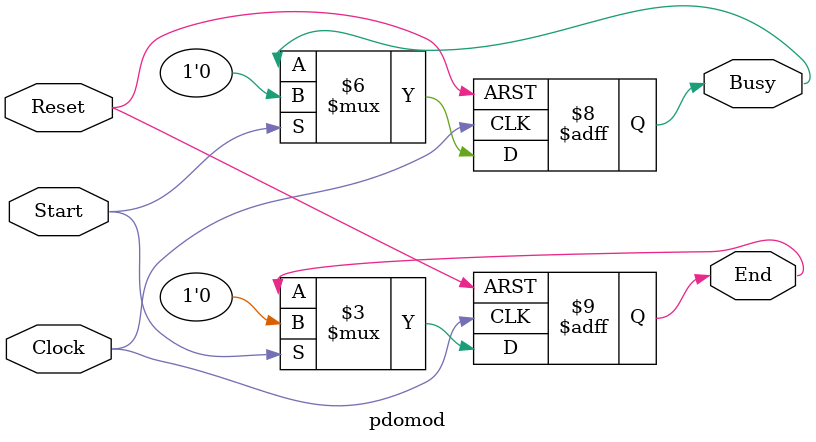
<source format=v>
/* portlist
pdomod #(.busytime()) _(
	.Clock(),	//i
	.Reset(),	//i
	.Start(),	//i
	.Busy()		//o
	.End()		//o
	);
*/

module pdomod #(
	parameter busytime = 10
)
(
	input Clock,Reset,Start,
	output reg Busy,End	);
	
	
	always@(posedge Clock or posedge Reset) begin
		if(Reset)begin
			Busy	= 1'b0;
			End		= 1'b0;
		end else begin
			if(Start) begin
				Busy = 1'b1; #busytime;
				End	 = 1'b1;
				Busy = 1'b0;
				#1 End = 1'b0;
			end
		end
	end
endmodule 
</source>
